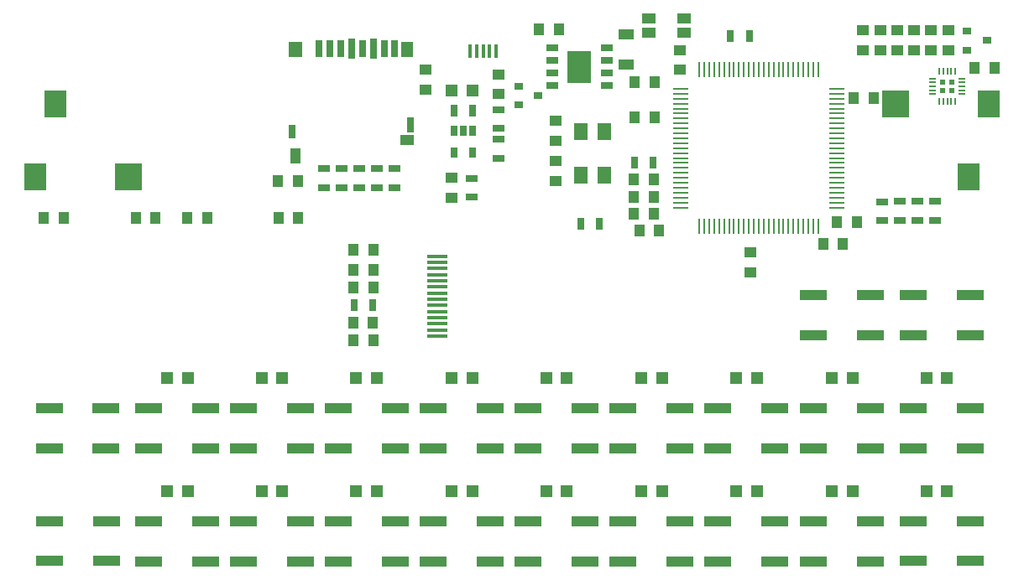
<source format=gtp>
G04 #@! TF.FileFunction,Paste,Top*
%FSLAX46Y46*%
G04 Gerber Fmt 4.6, Leading zero omitted, Abs format (unit mm)*
G04 Created by KiCad (PCBNEW 4.0.7-e0-6372~58~ubuntu16.10.1) date Sun Oct 29 19:34:23 2017*
%MOMM*%
%LPD*%
G01*
G04 APERTURE LIST*
%ADD10C,0.100000*%
%ADD11R,1.000000X1.250000*%
%ADD12O,0.750000X0.200000*%
%ADD13O,0.200000X0.750000*%
%ADD14R,0.555000X0.555000*%
%ADD15R,2.200000X2.800000*%
%ADD16R,2.800000X2.800000*%
%ADD17R,1.198880X1.198880*%
%ADD18R,1.500000X0.280000*%
%ADD19R,0.280000X1.500000*%
%ADD20R,2.750000X1.000000*%
%ADD21R,1.250000X1.000000*%
%ADD22R,0.700000X1.300000*%
%ADD23R,0.650000X1.060000*%
%ADD24R,0.400000X1.350000*%
%ADD25R,1.600000X1.000000*%
%ADD26R,1.300000X0.700000*%
%ADD27R,0.900000X0.800000*%
%ADD28R,1.200000X0.700000*%
%ADD29R,2.400000X3.200000*%
%ADD30R,1.399540X1.800860*%
%ADD31R,2.000000X0.320000*%
%ADD32R,1.400000X1.500000*%
%ADD33R,1.300000X1.500000*%
%ADD34R,0.700000X1.750000*%
%ADD35R,0.700000X2.032000*%
%ADD36R,0.800000X1.500000*%
%ADD37R,1.400000X1.000000*%
%ADD38R,0.800000X1.400000*%
%ADD39R,1.000000X1.550000*%
%ADD40R,1.400000X1.050000*%
G04 APERTURE END LIST*
D10*
D11*
X110062260Y-105018840D03*
X112062260Y-105018840D03*
D12*
X171476800Y-89344400D03*
X171476800Y-88944400D03*
X171476800Y-88544400D03*
X171476800Y-88144400D03*
X171476800Y-87744400D03*
D13*
X170776800Y-87044400D03*
X170376800Y-87044400D03*
X169976800Y-87044400D03*
X169576800Y-87044400D03*
X169176800Y-87044400D03*
D12*
X168476800Y-87744400D03*
X168476800Y-88144400D03*
X168476800Y-88544400D03*
X168476800Y-88944400D03*
X168476800Y-89344400D03*
D13*
X169176800Y-90044400D03*
X169576800Y-90044400D03*
X169976800Y-90044400D03*
X170376800Y-90044400D03*
X170776800Y-90044400D03*
D14*
X169514300Y-88081900D03*
X169514300Y-89006900D03*
X170439300Y-88081900D03*
X170439300Y-89006900D03*
D15*
X174142400Y-90322400D03*
X172142400Y-97722400D03*
D16*
X164742400Y-90322400D03*
D17*
X102903020Y-118008400D03*
X100804980Y-118008400D03*
D11*
X128794000Y-82829400D03*
X130794000Y-82829400D03*
D18*
X143052200Y-88792800D03*
X143052200Y-89292800D03*
X143052200Y-89792800D03*
X143052200Y-90292800D03*
X143052200Y-90792800D03*
X143052200Y-91292800D03*
X143052200Y-91792800D03*
X143052200Y-92292800D03*
X143052200Y-92792800D03*
X143052200Y-93292800D03*
X143052200Y-93792800D03*
X143052200Y-94292800D03*
X143052200Y-94792800D03*
X143052200Y-95292800D03*
X143052200Y-95792800D03*
X143052200Y-96292800D03*
X143052200Y-96792800D03*
X143052200Y-97292800D03*
X143052200Y-97792800D03*
X143052200Y-98292800D03*
X143052200Y-98792800D03*
X143052200Y-99292800D03*
X143052200Y-99792800D03*
X143052200Y-100292800D03*
X143052200Y-100792800D03*
D19*
X144952200Y-102692800D03*
X145452200Y-102692800D03*
X145952200Y-102692800D03*
X146452200Y-102692800D03*
X146952200Y-102692800D03*
X147452200Y-102692800D03*
X147952200Y-102692800D03*
X148452200Y-102692800D03*
X148952200Y-102692800D03*
X149452200Y-102692800D03*
X149952200Y-102692800D03*
X150452200Y-102692800D03*
X150952200Y-102692800D03*
X151452200Y-102692800D03*
X151952200Y-102692800D03*
X152452200Y-102692800D03*
X152952200Y-102692800D03*
X153452200Y-102692800D03*
X153952200Y-102692800D03*
X154452200Y-102692800D03*
X154952200Y-102692800D03*
X155452200Y-102692800D03*
X155952200Y-102692800D03*
X156452200Y-102692800D03*
X156952200Y-102692800D03*
D18*
X158852200Y-100792800D03*
X158852200Y-100292800D03*
X158852200Y-99792800D03*
X158852200Y-99292800D03*
X158852200Y-98792800D03*
X158852200Y-98292800D03*
X158852200Y-97792800D03*
X158852200Y-97292800D03*
X158852200Y-96792800D03*
X158852200Y-96292800D03*
X158852200Y-95792800D03*
X158852200Y-95292800D03*
X158852200Y-94792800D03*
X158852200Y-94292800D03*
X158852200Y-93792800D03*
X158852200Y-93292800D03*
X158852200Y-92792800D03*
X158852200Y-92292800D03*
X158852200Y-91792800D03*
X158852200Y-91292800D03*
X158852200Y-90792800D03*
X158852200Y-90292800D03*
X158852200Y-89792800D03*
X158852200Y-89292800D03*
X158852200Y-88792800D03*
D19*
X156952200Y-86892800D03*
X156452200Y-86892800D03*
X155952200Y-86892800D03*
X155452200Y-86892800D03*
X154952200Y-86892800D03*
X154452200Y-86892800D03*
X153952200Y-86892800D03*
X153452200Y-86892800D03*
X152952200Y-86892800D03*
X152452200Y-86892800D03*
X151952200Y-86892800D03*
X151452200Y-86892800D03*
X150952200Y-86892800D03*
X150452200Y-86892800D03*
X149952200Y-86892800D03*
X149452200Y-86892800D03*
X148952200Y-86892800D03*
X148452200Y-86892800D03*
X147952200Y-86892800D03*
X147452200Y-86892800D03*
X146952200Y-86892800D03*
X146452200Y-86892800D03*
X145952200Y-86892800D03*
X145452200Y-86892800D03*
X144952200Y-86892800D03*
D11*
X112050680Y-112397860D03*
X110050680Y-112397860D03*
X112066680Y-114195860D03*
X110066680Y-114195860D03*
D20*
X118125800Y-121081800D03*
X123875800Y-121081800D03*
X123875800Y-125081800D03*
X118125800Y-125081800D03*
D21*
X168351200Y-84896200D03*
X168351200Y-82896200D03*
D20*
X89428600Y-121081800D03*
X95178600Y-121081800D03*
X95178600Y-125081800D03*
X89428600Y-125081800D03*
X146832600Y-121088400D03*
X152582600Y-121088400D03*
X152582600Y-125088400D03*
X146832600Y-125088400D03*
D22*
X122108000Y-90982800D03*
X120208000Y-90982800D03*
D20*
X156484600Y-121088400D03*
X162234600Y-121088400D03*
X162234600Y-125088400D03*
X156484600Y-125088400D03*
X98974200Y-121081800D03*
X104724200Y-121081800D03*
X104724200Y-125081800D03*
X98974200Y-125081800D03*
X108524600Y-121081800D03*
X114274600Y-121081800D03*
X114274600Y-125081800D03*
X108524600Y-125081800D03*
X127676200Y-121081800D03*
X133426200Y-121081800D03*
X133426200Y-125081800D03*
X127676200Y-125081800D03*
X137282200Y-121088400D03*
X143032200Y-121088400D03*
X143032200Y-125088400D03*
X137282200Y-125088400D03*
X89428600Y-132511800D03*
X95178600Y-132511800D03*
X95178600Y-136511800D03*
X89428600Y-136511800D03*
X98979000Y-132511800D03*
X104729000Y-132511800D03*
X104729000Y-136511800D03*
X98979000Y-136511800D03*
X108529400Y-132511800D03*
X114279400Y-132511800D03*
X114279400Y-136511800D03*
X108529400Y-136511800D03*
X118130600Y-132511800D03*
X123880600Y-132511800D03*
X123880600Y-136511800D03*
X118130600Y-136511800D03*
X127681000Y-132511800D03*
X133431000Y-132511800D03*
X133431000Y-136511800D03*
X127681000Y-136511800D03*
X137282200Y-132518400D03*
X143032200Y-132518400D03*
X143032200Y-136518400D03*
X137282200Y-136518400D03*
X146832600Y-132518400D03*
X152582600Y-132518400D03*
X152582600Y-136518400D03*
X146832600Y-136518400D03*
X156484600Y-132518400D03*
X162234600Y-132518400D03*
X162234600Y-136518400D03*
X156484600Y-136518400D03*
X166550000Y-121088400D03*
X172300000Y-121088400D03*
X172300000Y-125088400D03*
X166550000Y-125088400D03*
X166550000Y-132500000D03*
X172300000Y-132500000D03*
X172300000Y-136500000D03*
X166550000Y-136500000D03*
X166550000Y-109658400D03*
X172300000Y-109658400D03*
X172300000Y-113658400D03*
X166550000Y-113658400D03*
X156484600Y-109658400D03*
X162234600Y-109658400D03*
X162234600Y-113658400D03*
X156484600Y-113658400D03*
D17*
X93352620Y-129438400D03*
X91254580Y-129438400D03*
X102903020Y-129438400D03*
X100804980Y-129438400D03*
X112453420Y-129438400D03*
X110355380Y-129438400D03*
X122054620Y-129438400D03*
X119956580Y-129438400D03*
X131605020Y-129438400D03*
X129506980Y-129438400D03*
X141206220Y-129438400D03*
X139108180Y-129438400D03*
X150756620Y-129438400D03*
X148658580Y-129438400D03*
X160408620Y-129438400D03*
X158310580Y-129438400D03*
X169959020Y-129438400D03*
X167860980Y-129438400D03*
X93352620Y-118008400D03*
X91254580Y-118008400D03*
X112453420Y-118008400D03*
X110355380Y-118008400D03*
X122054620Y-118008400D03*
X119956580Y-118008400D03*
X131605020Y-118008400D03*
X129506980Y-118008400D03*
X141206220Y-118008400D03*
X139108180Y-118008400D03*
X150756620Y-118008400D03*
X148658580Y-118008400D03*
X160408620Y-118008400D03*
X158310580Y-118008400D03*
X169959020Y-118008400D03*
X167860980Y-118008400D03*
D23*
X122108000Y-93057800D03*
X121158000Y-93057800D03*
X120208000Y-93057800D03*
X120208000Y-95257800D03*
X122108000Y-95257800D03*
D24*
X124457880Y-85026940D03*
X123807880Y-85026940D03*
X123157880Y-85026940D03*
X122507880Y-85026940D03*
X121857880Y-85026940D03*
D21*
X119976900Y-97764600D03*
X119976900Y-99764600D03*
D25*
X137617200Y-86310600D03*
X137617200Y-83310600D03*
D26*
X121970800Y-99740800D03*
X121970800Y-97840800D03*
D27*
X126711200Y-88508800D03*
X126711200Y-90408800D03*
X128711200Y-89458800D03*
D11*
X157445200Y-104444800D03*
X159445200Y-104444800D03*
X160518600Y-89763600D03*
X162518600Y-89763600D03*
X172750000Y-86650000D03*
X174750000Y-86650000D03*
D21*
X163195000Y-84870800D03*
X163195000Y-82870800D03*
X170078400Y-84896200D03*
X170078400Y-82896200D03*
X164896800Y-82896200D03*
X164896800Y-84896200D03*
X166624000Y-82896200D03*
X166624000Y-84896200D03*
D17*
X122080020Y-88950800D03*
X119981980Y-88950800D03*
D21*
X130505200Y-92014800D03*
X130505200Y-94014800D03*
X130505200Y-98078800D03*
X130505200Y-96078800D03*
D11*
X138369800Y-99682800D03*
X140369800Y-99682800D03*
X138369200Y-101382800D03*
X140369200Y-101382800D03*
X140436600Y-88082800D03*
X138436600Y-88082800D03*
X140446000Y-91643200D03*
X138446000Y-91643200D03*
X138369200Y-97982800D03*
X140369200Y-97982800D03*
D21*
X150150000Y-107300000D03*
X150150000Y-105300000D03*
D11*
X160869200Y-102285800D03*
X158869200Y-102285800D03*
D21*
X161467800Y-82870800D03*
X161467800Y-84870800D03*
X143027400Y-86877400D03*
X143027400Y-84877400D03*
D11*
X138919200Y-103082800D03*
X140919200Y-103082800D03*
D26*
X165178740Y-100187680D03*
X165178740Y-102087680D03*
X163408360Y-100190220D03*
X163408360Y-102090220D03*
D22*
X148087040Y-83505040D03*
X149987040Y-83505040D03*
X140319200Y-96232800D03*
X138419200Y-96232800D03*
D26*
X168727120Y-100177520D03*
X168727120Y-102077520D03*
X166959280Y-100180060D03*
X166959280Y-102080060D03*
D21*
X124714000Y-89328500D03*
X124714000Y-87328500D03*
D26*
X110629700Y-98752700D03*
X110629700Y-96852700D03*
X108839000Y-98752700D03*
X108839000Y-96852700D03*
X107061000Y-98752700D03*
X107061000Y-96852700D03*
X114185700Y-98752700D03*
X114185700Y-96852700D03*
X112420400Y-98752700D03*
X112420400Y-96852700D03*
D11*
X104479600Y-98120200D03*
X102479600Y-98120200D03*
D21*
X117373400Y-86871300D03*
X117373400Y-88871300D03*
D11*
X112066680Y-108861860D03*
X110066680Y-108861860D03*
X110066680Y-107083860D03*
X112066680Y-107083860D03*
D22*
X112016680Y-110639860D03*
X110116680Y-110639860D03*
D11*
X80850000Y-101850000D03*
X78850000Y-101850000D03*
X88100000Y-101850000D03*
X90100000Y-101850000D03*
X95300000Y-101850000D03*
X93300000Y-101850000D03*
X102500000Y-101850000D03*
X104500000Y-101850000D03*
D28*
X135617400Y-88488600D03*
X135617400Y-87218600D03*
X135617400Y-85948600D03*
X135617400Y-84678600D03*
X130117400Y-88488600D03*
X130117400Y-87218600D03*
X130117400Y-85948600D03*
X130117400Y-84678600D03*
D29*
X132867400Y-86588600D03*
D26*
X124701300Y-92796400D03*
X124701300Y-90896400D03*
X124714000Y-95816500D03*
X124714000Y-93916500D03*
D27*
X171964600Y-82971600D03*
X171964600Y-84871600D03*
X173964600Y-83921600D03*
D30*
X135382000Y-97536000D03*
X135382000Y-93136720D03*
X132984240Y-93136720D03*
X132984240Y-97536000D03*
D20*
X79400000Y-132500000D03*
X85150000Y-132500000D03*
X85150000Y-136500000D03*
X79400000Y-136500000D03*
X79375000Y-121100000D03*
X85125000Y-121100000D03*
X85125000Y-125100000D03*
X79375000Y-125100000D03*
D22*
X134900000Y-102450000D03*
X133000000Y-102450000D03*
D31*
X118521480Y-105714800D03*
X118521480Y-106334800D03*
X118521480Y-106954800D03*
X118521480Y-107574800D03*
X118521480Y-108194800D03*
X118521480Y-108814800D03*
X118521480Y-109434800D03*
X118521480Y-110054800D03*
X118521480Y-110674800D03*
X118521480Y-111294800D03*
X118521480Y-111914800D03*
X118521480Y-112534800D03*
X118521480Y-113154800D03*
X118521480Y-113774800D03*
D15*
X77978000Y-97730800D03*
X79978000Y-90330800D03*
D16*
X87378000Y-97730800D03*
D32*
X104180400Y-84834400D03*
D33*
X115480400Y-84834400D03*
D34*
X114230400Y-84734400D03*
X113180400Y-84734400D03*
D35*
X112080400Y-84734400D03*
D34*
X110980400Y-84734400D03*
D35*
X109880400Y-84734400D03*
D34*
X108780400Y-84734400D03*
X107680400Y-84734400D03*
X106580400Y-84734400D03*
D36*
X115780400Y-92434400D03*
D37*
X115480400Y-93934400D03*
D38*
X103880400Y-93084400D03*
D39*
X104230400Y-95534400D03*
D40*
X139833800Y-83161800D03*
X143433800Y-83161800D03*
X139833800Y-81711800D03*
X143433800Y-81711800D03*
M02*

</source>
